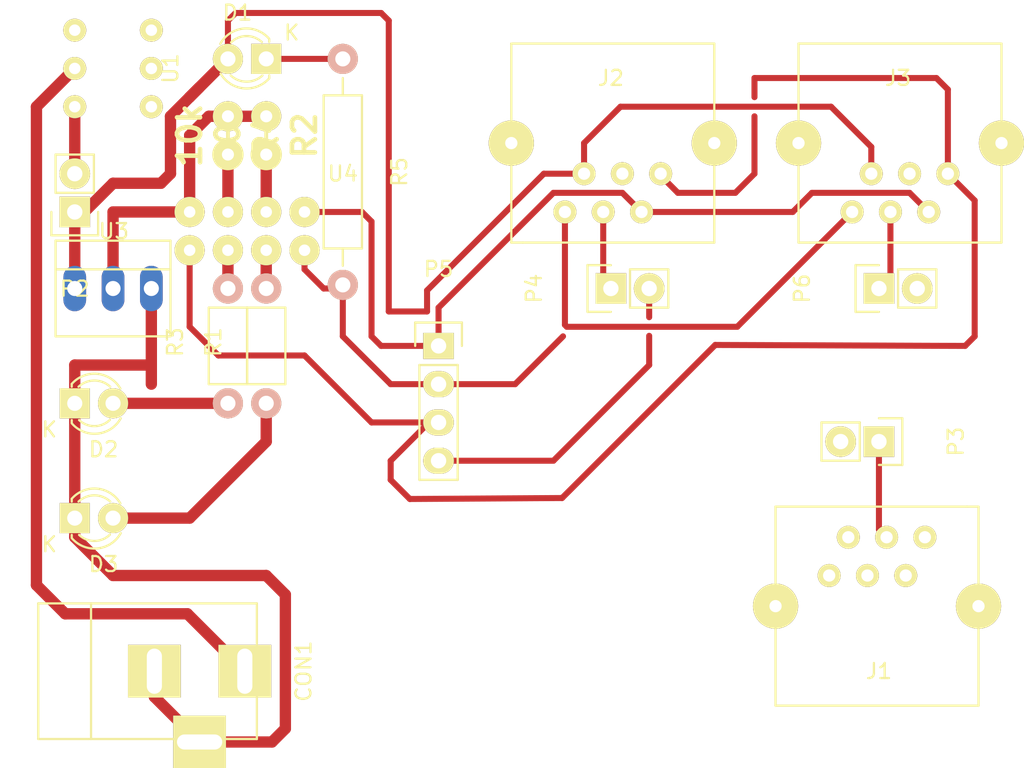
<source format=kicad_pcb>
(kicad_pcb (version 4) (host pcbnew 4.0.2+dfsg1-stable)

  (general
    (links 41)
    (no_connects 10)
    (area 0 0 0 0)
    (thickness 1.6)
    (drawings 0)
    (tracks 118)
    (zones 0)
    (modules 20)
    (nets 32)
  )

  (page A4)
  (layers
    (0 F.Cu signal)
    (31 B.Cu signal)
    (32 B.Adhes user)
    (33 F.Adhes user)
    (34 B.Paste user)
    (35 F.Paste user)
    (36 B.SilkS user)
    (37 F.SilkS user)
    (38 B.Mask user)
    (39 F.Mask user)
    (40 Dwgs.User user)
    (41 Cmts.User user)
    (42 Eco1.User user)
    (43 Eco2.User user)
    (44 Edge.Cuts user)
    (45 Margin user)
    (46 B.CrtYd user)
    (47 F.CrtYd user)
    (48 B.Fab user)
    (49 F.Fab user)
  )

  (setup
    (last_trace_width 0.4)
    (user_trace_width 0.2)
    (user_trace_width 0.4)
    (trace_clearance 0.2)
    (zone_clearance 0.508)
    (zone_45_only no)
    (trace_min 0.2)
    (segment_width 0.2)
    (edge_width 0.1)
    (via_size 0.6)
    (via_drill 0.4)
    (via_min_size 0.4)
    (via_min_drill 0.3)
    (uvia_size 0.3)
    (uvia_drill 0.1)
    (uvias_allowed no)
    (uvia_min_size 0.2)
    (uvia_min_drill 0.1)
    (pcb_text_width 0.3)
    (pcb_text_size 1.5 1.5)
    (mod_edge_width 0.15)
    (mod_text_size 1 1)
    (mod_text_width 0.15)
    (pad_size 1.5 1.5)
    (pad_drill 0.6)
    (pad_to_mask_clearance 0)
    (aux_axis_origin 0 0)
    (visible_elements FFFFFF7F)
    (pcbplotparams
      (layerselection 0x00000_00000001)
      (usegerberextensions false)
      (excludeedgelayer true)
      (linewidth 0.100000)
      (plotframeref false)
      (viasonmask false)
      (mode 1)
      (useauxorigin false)
      (hpglpennumber 1)
      (hpglpenspeed 20)
      (hpglpendiameter 15)
      (hpglpenoverlay 2)
      (psnegative false)
      (psa4output false)
      (plotreference true)
      (plotvalue true)
      (plotinvisibletext false)
      (padsonsilk false)
      (subtractmaskfromsilk false)
      (outputformat 1)
      (mirror false)
      (drillshape 0)
      (scaleselection 1)
      (outputdirectory ""))
  )

  (net 0 "")
  (net 1 "Net-(D2-Pad2)")
  (net 2 "Net-(D3-Pad2)")
  (net 3 "Net-(J1-Pad4)")
  (net 4 "Net-(J1-Pad2)")
  (net 5 "Net-(J1-Pad1)")
  (net 6 "Net-(J1-Pad3)")
  (net 7 "Net-(J1-Pad8)")
  (net 8 "Net-(J1-Pad7)")
  (net 9 "Net-(R1-Pad2)")
  (net 10 "Net-(R2-Pad1)")
  (net 11 "Net-(R2-Pad2)")
  (net 12 "Net-(R3-Pad2)")
  (net 13 "Net-(R4-Pad1)")
  (net 14 "Net-(J2-Pad4)")
  (net 15 "Net-(J2-Pad3)")
  (net 16 "Net-(J2-Pad8)")
  (net 17 "Net-(J2-Pad7)")
  (net 18 "Net-(P3-Pad2)")
  (net 19 "Net-(J3-Pad4)")
  (net 20 "Net-(J3-Pad3)")
  (net 21 "Net-(J3-Pad8)")
  (net 22 "Net-(J3-Pad7)")
  (net 23 "Net-(CON1-Pad1)")
  (net 24 "Net-(CON1-Pad2)")
  (net 25 "Net-(P2-Pad2)")
  (net 26 "Net-(U1-Pad1)")
  (net 27 "Net-(U1-Pad2)")
  (net 28 "Net-(U1-Pad3)")
  (net 29 "Net-(U1-Pad4)")
  (net 30 "Net-(D1-Pad1)")
  (net 31 "Net-(D1-Pad2)")

  (net_class Default "This is the default net class."
    (clearance 0.2)
    (trace_width 0.4)
    (via_dia 0.6)
    (via_drill 0.4)
    (uvia_dia 0.3)
    (uvia_drill 0.1)
    (add_net "Net-(CON1-Pad1)")
    (add_net "Net-(CON1-Pad2)")
    (add_net "Net-(D1-Pad1)")
    (add_net "Net-(D1-Pad2)")
    (add_net "Net-(D2-Pad2)")
    (add_net "Net-(D3-Pad2)")
    (add_net "Net-(J1-Pad1)")
    (add_net "Net-(J1-Pad2)")
    (add_net "Net-(J1-Pad3)")
    (add_net "Net-(J1-Pad4)")
    (add_net "Net-(J1-Pad7)")
    (add_net "Net-(J1-Pad8)")
    (add_net "Net-(J2-Pad3)")
    (add_net "Net-(J2-Pad4)")
    (add_net "Net-(J2-Pad7)")
    (add_net "Net-(J2-Pad8)")
    (add_net "Net-(J3-Pad3)")
    (add_net "Net-(J3-Pad4)")
    (add_net "Net-(J3-Pad7)")
    (add_net "Net-(J3-Pad8)")
    (add_net "Net-(P2-Pad2)")
    (add_net "Net-(P3-Pad2)")
    (add_net "Net-(R1-Pad2)")
    (add_net "Net-(R2-Pad1)")
    (add_net "Net-(R2-Pad2)")
    (add_net "Net-(R3-Pad2)")
    (add_net "Net-(R4-Pad1)")
    (add_net "Net-(U1-Pad1)")
    (add_net "Net-(U1-Pad2)")
    (add_net "Net-(U1-Pad3)")
    (add_net "Net-(U1-Pad4)")
  )

  (module Connect:RJ12_E (layer F.Cu) (tedit 0) (tstamp 574DC00B)
    (at 165.1 82.55 180)
    (path /573B55F9)
    (fp_text reference J2 (at 0 0 180) (layer F.SilkS)
      (effects (font (size 1 1) (thickness 0.15)))
    )
    (fp_text value RJ12 (at 0 -2.54 180) (layer F.Fab)
      (effects (font (size 1 1) (thickness 0.15)))
    )
    (fp_line (start -6.858 -10.922) (end -6.858 2.286) (layer F.SilkS) (width 0.15))
    (fp_line (start 6.604 -10.922) (end 6.604 2.286) (layer F.SilkS) (width 0.15))
    (fp_line (start -6.858 2.286) (end 6.604 2.286) (layer F.SilkS) (width 0.15))
    (fp_line (start 5.842 -10.922) (end 6.604 -10.922) (layer F.SilkS) (width 0.15))
    (fp_line (start -6.858 -10.922) (end 5.842 -10.922) (layer F.SilkS) (width 0.15))
    (pad 4 thru_hole circle (at 0.508 -8.89 180) (size 1.524 1.524) (drill 0.8128) (layers *.Cu *.Mask F.SilkS)
      (net 14 "Net-(J2-Pad4)"))
    (pad 2 thru_hole circle (at -2.032 -8.89 180) (size 1.524 1.524) (drill 0.8128) (layers *.Cu *.Mask F.SilkS)
      (net 4 "Net-(J1-Pad2)"))
    (pad 6 thru_hole circle (at 3.048 -8.89 180) (size 1.524 1.524) (drill 0.8128) (layers *.Cu *.Mask F.SilkS)
      (net 24 "Net-(CON1-Pad2)"))
    (pad 1 thru_hole circle (at -3.302 -6.35 180) (size 1.524 1.524) (drill 0.8128) (layers *.Cu *.Mask F.SilkS)
      (net 5 "Net-(J1-Pad1)"))
    (pad 3 thru_hole circle (at -0.762 -6.35 180) (size 1.524 1.524) (drill 0.8128) (layers *.Cu *.Mask F.SilkS)
      (net 15 "Net-(J2-Pad3)"))
    (pad 5 thru_hole circle (at 1.778 -6.35 180) (size 1.524 1.524) (drill 0.8128) (layers *.Cu *.Mask F.SilkS)
      (net 31 "Net-(D1-Pad2)"))
    (pad 8 thru_hole circle (at 6.604 -4.318 180) (size 2.99974 2.99974) (drill 0.8128) (layers *.Cu *.Mask F.SilkS)
      (net 16 "Net-(J2-Pad8)"))
    (pad 7 thru_hole circle (at -6.858 -4.318 180) (size 2.99974 2.99974) (drill 0.8128) (layers *.Cu *.Mask F.SilkS)
      (net 17 "Net-(J2-Pad7)"))
  )

  (module Pin_Headers:Pin_Header_Straight_1x02 (layer F.Cu) (tedit 54EA090C) (tstamp 574DC032)
    (at 182.88 96.52 90)
    (descr "Through hole pin header")
    (tags "pin header")
    (path /573B7291)
    (fp_text reference P6 (at 0 -5.1 90) (layer F.SilkS)
      (effects (font (size 1 1) (thickness 0.15)))
    )
    (fp_text value CONN_01X02 (at 0 -3.1 90) (layer F.Fab)
      (effects (font (size 1 1) (thickness 0.15)))
    )
    (fp_line (start 1.27 1.27) (end 1.27 3.81) (layer F.SilkS) (width 0.15))
    (fp_line (start 1.55 -1.55) (end 1.55 0) (layer F.SilkS) (width 0.15))
    (fp_line (start -1.75 -1.75) (end -1.75 4.3) (layer F.CrtYd) (width 0.05))
    (fp_line (start 1.75 -1.75) (end 1.75 4.3) (layer F.CrtYd) (width 0.05))
    (fp_line (start -1.75 -1.75) (end 1.75 -1.75) (layer F.CrtYd) (width 0.05))
    (fp_line (start -1.75 4.3) (end 1.75 4.3) (layer F.CrtYd) (width 0.05))
    (fp_line (start 1.27 1.27) (end -1.27 1.27) (layer F.SilkS) (width 0.15))
    (fp_line (start -1.55 0) (end -1.55 -1.55) (layer F.SilkS) (width 0.15))
    (fp_line (start -1.55 -1.55) (end 1.55 -1.55) (layer F.SilkS) (width 0.15))
    (fp_line (start -1.27 1.27) (end -1.27 3.81) (layer F.SilkS) (width 0.15))
    (fp_line (start -1.27 3.81) (end 1.27 3.81) (layer F.SilkS) (width 0.15))
    (pad 1 thru_hole rect (at 0 0 90) (size 2.032 2.032) (drill 1.016) (layers *.Cu *.Mask F.SilkS)
      (net 19 "Net-(J3-Pad4)"))
    (pad 2 thru_hole oval (at 0 2.54 90) (size 2.032 2.032) (drill 1.016) (layers *.Cu *.Mask F.SilkS)
      (net 18 "Net-(P3-Pad2)"))
    (model Pin_Headers.3dshapes/Pin_Header_Straight_1x02.wrl
      (at (xyz 0 -0.05 0))
      (scale (xyz 1 1 1))
      (rotate (xyz 0 0 90))
    )
  )

  (module LEDs:LED-3MM (layer F.Cu) (tedit 559B82F6) (tstamp 573ACB69)
    (at 129.54 104.14)
    (descr "LED 3mm round vertical")
    (tags "LED  3mm round vertical")
    (path /57397C22)
    (fp_text reference D2 (at 1.91 3.06) (layer F.SilkS)
      (effects (font (size 1 1) (thickness 0.15)))
    )
    (fp_text value LED (at 1.3 -2.9) (layer F.Fab)
      (effects (font (size 1 1) (thickness 0.15)))
    )
    (fp_line (start -1.2 2.3) (end 3.8 2.3) (layer F.CrtYd) (width 0.05))
    (fp_line (start 3.8 2.3) (end 3.8 -2.2) (layer F.CrtYd) (width 0.05))
    (fp_line (start 3.8 -2.2) (end -1.2 -2.2) (layer F.CrtYd) (width 0.05))
    (fp_line (start -1.2 -2.2) (end -1.2 2.3) (layer F.CrtYd) (width 0.05))
    (fp_line (start -0.199 1.314) (end -0.199 1.114) (layer F.SilkS) (width 0.15))
    (fp_line (start -0.199 -1.28) (end -0.199 -1.1) (layer F.SilkS) (width 0.15))
    (fp_arc (start 1.301 0.034) (end -0.199 -1.286) (angle 108.5) (layer F.SilkS) (width 0.15))
    (fp_arc (start 1.301 0.034) (end 0.25 -1.1) (angle 85.7) (layer F.SilkS) (width 0.15))
    (fp_arc (start 1.311 0.034) (end 3.051 0.994) (angle 110) (layer F.SilkS) (width 0.15))
    (fp_arc (start 1.301 0.034) (end 2.335 1.094) (angle 87.5) (layer F.SilkS) (width 0.15))
    (fp_text user K (at -1.69 1.74) (layer F.SilkS)
      (effects (font (size 1 1) (thickness 0.15)))
    )
    (pad 1 thru_hole rect (at 0 0 90) (size 2 2) (drill 1.00076) (layers *.Cu *.Mask F.SilkS)
      (net 24 "Net-(CON1-Pad2)"))
    (pad 2 thru_hole circle (at 2.54 0) (size 2 2) (drill 1.00076) (layers *.Cu *.Mask F.SilkS)
      (net 1 "Net-(D2-Pad2)"))
    (model LEDs.3dshapes/LED-3MM.wrl
      (at (xyz 0.05 0 0))
      (scale (xyz 1 1 1))
      (rotate (xyz 0 0 90))
    )
  )

  (module LEDs:LED-3MM (layer F.Cu) (tedit 559B82F6) (tstamp 573ACB6F)
    (at 129.54 111.76)
    (descr "LED 3mm round vertical")
    (tags "LED  3mm round vertical")
    (path /57397CA8)
    (fp_text reference D3 (at 1.91 3.06) (layer F.SilkS)
      (effects (font (size 1 1) (thickness 0.15)))
    )
    (fp_text value LED (at 1.3 -2.9) (layer F.Fab)
      (effects (font (size 1 1) (thickness 0.15)))
    )
    (fp_line (start -1.2 2.3) (end 3.8 2.3) (layer F.CrtYd) (width 0.05))
    (fp_line (start 3.8 2.3) (end 3.8 -2.2) (layer F.CrtYd) (width 0.05))
    (fp_line (start 3.8 -2.2) (end -1.2 -2.2) (layer F.CrtYd) (width 0.05))
    (fp_line (start -1.2 -2.2) (end -1.2 2.3) (layer F.CrtYd) (width 0.05))
    (fp_line (start -0.199 1.314) (end -0.199 1.114) (layer F.SilkS) (width 0.15))
    (fp_line (start -0.199 -1.28) (end -0.199 -1.1) (layer F.SilkS) (width 0.15))
    (fp_arc (start 1.301 0.034) (end -0.199 -1.286) (angle 108.5) (layer F.SilkS) (width 0.15))
    (fp_arc (start 1.301 0.034) (end 0.25 -1.1) (angle 85.7) (layer F.SilkS) (width 0.15))
    (fp_arc (start 1.311 0.034) (end 3.051 0.994) (angle 110) (layer F.SilkS) (width 0.15))
    (fp_arc (start 1.301 0.034) (end 2.335 1.094) (angle 87.5) (layer F.SilkS) (width 0.15))
    (fp_text user K (at -1.69 1.74) (layer F.SilkS)
      (effects (font (size 1 1) (thickness 0.15)))
    )
    (pad 1 thru_hole rect (at 0 0 90) (size 2 2) (drill 1.00076) (layers *.Cu *.Mask F.SilkS)
      (net 24 "Net-(CON1-Pad2)"))
    (pad 2 thru_hole circle (at 2.54 0) (size 2 2) (drill 1.00076) (layers *.Cu *.Mask F.SilkS)
      (net 2 "Net-(D3-Pad2)"))
    (model LEDs.3dshapes/LED-3MM.wrl
      (at (xyz 0.05 0 0))
      (scale (xyz 1 1 1))
      (rotate (xyz 0 0 90))
    )
  )

  (module Pin_Headers:Pin_Header_Straight_1x02 (layer F.Cu) (tedit 54EA090C) (tstamp 573ACB87)
    (at 129.54 91.44 180)
    (descr "Through hole pin header")
    (tags "pin header")
    (path /573A3684)
    (fp_text reference P2 (at 0 -5.1 180) (layer F.SilkS)
      (effects (font (size 1 1) (thickness 0.15)))
    )
    (fp_text value CONN_01X02 (at 0 -3.1 180) (layer F.Fab)
      (effects (font (size 1 1) (thickness 0.15)))
    )
    (fp_line (start 1.27 1.27) (end 1.27 3.81) (layer F.SilkS) (width 0.15))
    (fp_line (start 1.55 -1.55) (end 1.55 0) (layer F.SilkS) (width 0.15))
    (fp_line (start -1.75 -1.75) (end -1.75 4.3) (layer F.CrtYd) (width 0.05))
    (fp_line (start 1.75 -1.75) (end 1.75 4.3) (layer F.CrtYd) (width 0.05))
    (fp_line (start -1.75 -1.75) (end 1.75 -1.75) (layer F.CrtYd) (width 0.05))
    (fp_line (start -1.75 4.3) (end 1.75 4.3) (layer F.CrtYd) (width 0.05))
    (fp_line (start 1.27 1.27) (end -1.27 1.27) (layer F.SilkS) (width 0.15))
    (fp_line (start -1.55 0) (end -1.55 -1.55) (layer F.SilkS) (width 0.15))
    (fp_line (start -1.55 -1.55) (end 1.55 -1.55) (layer F.SilkS) (width 0.15))
    (fp_line (start -1.27 1.27) (end -1.27 3.81) (layer F.SilkS) (width 0.15))
    (fp_line (start -1.27 3.81) (end 1.27 3.81) (layer F.SilkS) (width 0.15))
    (pad 1 thru_hole rect (at 0 0 180) (size 2.032 2.032) (drill 1.016) (layers *.Cu *.Mask F.SilkS)
      (net 31 "Net-(D1-Pad2)"))
    (pad 2 thru_hole oval (at 0 2.54 180) (size 2.032 2.032) (drill 1.016) (layers *.Cu *.Mask F.SilkS)
      (net 25 "Net-(P2-Pad2)"))
    (model Pin_Headers.3dshapes/Pin_Header_Straight_1x02.wrl
      (at (xyz 0 -0.05 0))
      (scale (xyz 1 1 1))
      (rotate (xyz 0 0 90))
    )
  )

  (module Resistors_ThroughHole:Resistor_Horizontal_RM7mm (layer F.Cu) (tedit 569FCF07) (tstamp 573ACB96)
    (at 142.24 104.14 90)
    (descr "Resistor, Axial,  RM 7.62mm, 1/3W,")
    (tags "Resistor Axial RM 7.62mm 1/3W R3")
    (path /573977A6)
    (fp_text reference R1 (at 4.05892 -3.50012 90) (layer F.SilkS)
      (effects (font (size 1 1) (thickness 0.15)))
    )
    (fp_text value 1k (at 3.81 3.81 90) (layer F.Fab)
      (effects (font (size 1 1) (thickness 0.15)))
    )
    (fp_line (start -1.25 -1.5) (end 8.85 -1.5) (layer F.CrtYd) (width 0.05))
    (fp_line (start -1.25 1.5) (end -1.25 -1.5) (layer F.CrtYd) (width 0.05))
    (fp_line (start 8.85 -1.5) (end 8.85 1.5) (layer F.CrtYd) (width 0.05))
    (fp_line (start -1.25 1.5) (end 8.85 1.5) (layer F.CrtYd) (width 0.05))
    (fp_line (start 1.27 -1.27) (end 6.35 -1.27) (layer F.SilkS) (width 0.15))
    (fp_line (start 6.35 -1.27) (end 6.35 1.27) (layer F.SilkS) (width 0.15))
    (fp_line (start 6.35 1.27) (end 1.27 1.27) (layer F.SilkS) (width 0.15))
    (fp_line (start 1.27 1.27) (end 1.27 -1.27) (layer F.SilkS) (width 0.15))
    (pad 1 thru_hole circle (at 0 0 90) (size 1.99898 1.99898) (drill 1.00076) (layers *.Cu *.SilkS *.Mask)
      (net 2 "Net-(D3-Pad2)"))
    (pad 2 thru_hole circle (at 7.62 0 90) (size 1.99898 1.99898) (drill 1.00076) (layers *.Cu *.SilkS *.Mask)
      (net 9 "Net-(R1-Pad2)"))
  )

  (module Resistors_ThroughHole:Resistor_Horizontal_RM7mm (layer F.Cu) (tedit 569FCF07) (tstamp 573ACBA2)
    (at 139.7 104.14 90)
    (descr "Resistor, Axial,  RM 7.62mm, 1/3W,")
    (tags "Resistor Axial RM 7.62mm 1/3W R3")
    (path /5739783B)
    (fp_text reference R3 (at 4.05892 -3.50012 90) (layer F.SilkS)
      (effects (font (size 1 1) (thickness 0.15)))
    )
    (fp_text value 1k (at 3.81 3.81 90) (layer F.Fab)
      (effects (font (size 1 1) (thickness 0.15)))
    )
    (fp_line (start -1.25 -1.5) (end 8.85 -1.5) (layer F.CrtYd) (width 0.05))
    (fp_line (start -1.25 1.5) (end -1.25 -1.5) (layer F.CrtYd) (width 0.05))
    (fp_line (start 8.85 -1.5) (end 8.85 1.5) (layer F.CrtYd) (width 0.05))
    (fp_line (start -1.25 1.5) (end 8.85 1.5) (layer F.CrtYd) (width 0.05))
    (fp_line (start 1.27 -1.27) (end 6.35 -1.27) (layer F.SilkS) (width 0.15))
    (fp_line (start 6.35 -1.27) (end 6.35 1.27) (layer F.SilkS) (width 0.15))
    (fp_line (start 6.35 1.27) (end 1.27 1.27) (layer F.SilkS) (width 0.15))
    (fp_line (start 1.27 1.27) (end 1.27 -1.27) (layer F.SilkS) (width 0.15))
    (pad 1 thru_hole circle (at 0 0 90) (size 1.99898 1.99898) (drill 1.00076) (layers *.Cu *.SilkS *.Mask)
      (net 1 "Net-(D2-Pad2)"))
    (pad 2 thru_hole circle (at 7.62 0 90) (size 1.99898 1.99898) (drill 1.00076) (layers *.Cu *.SilkS *.Mask)
      (net 12 "Net-(R3-Pad2)"))
  )

  (module Connect:PINHEAD1-3 (layer F.Cu) (tedit 0) (tstamp 573ACBAF)
    (at 132.08 96.52)
    (path /5739C06C)
    (attr virtual)
    (fp_text reference U3 (at 0.05 -3.8) (layer F.SilkS)
      (effects (font (size 1 1) (thickness 0.15)))
    )
    (fp_text value STAB3.3 (at 0 3.81) (layer F.Fab)
      (effects (font (size 1 1) (thickness 0.15)))
    )
    (fp_line (start -3.81 -3.175) (end -3.81 3.175) (layer F.SilkS) (width 0.15))
    (fp_line (start 3.81 -3.175) (end 3.81 3.175) (layer F.SilkS) (width 0.15))
    (fp_line (start 3.81 -1.27) (end -3.81 -1.27) (layer F.SilkS) (width 0.15))
    (fp_line (start -3.81 -3.175) (end 3.81 -3.175) (layer F.SilkS) (width 0.15))
    (fp_line (start 3.81 3.175) (end -3.81 3.175) (layer F.SilkS) (width 0.15))
    (pad 1 thru_hole oval (at -2.54 0) (size 1.50622 3.01498) (drill 0.99822) (layers *.Cu *.Mask)
      (net 31 "Net-(D1-Pad2)"))
    (pad 2 thru_hole oval (at 0 0) (size 1.50622 3.01498) (drill 0.99822) (layers *.Cu *.Mask)
      (net 11 "Net-(R2-Pad2)"))
    (pad 3 thru_hole oval (at 2.54 0) (size 1.50622 3.01498) (drill 0.99822) (layers *.Cu *.Mask)
      (net 24 "Net-(CON1-Pad2)"))
  )

  (module bugs:esp8266 (layer F.Cu) (tedit 5727C479) (tstamp 573ACBBB)
    (at 142.24 93.98)
    (path /57397580)
    (fp_text reference U4 (at 5.08 -5.08) (layer F.SilkS)
      (effects (font (size 1 1) (thickness 0.15)))
    )
    (fp_text value ESP8266 (at -2.54 -5.08) (layer F.Fab)
      (effects (font (size 1 1) (thickness 0.15)))
    )
    (pad 1 thru_hole circle (at -5.08 -2.54) (size 2 2) (drill 0.762) (layers *.Cu *.Mask F.SilkS)
      (net 11 "Net-(R2-Pad2)"))
    (pad 2 thru_hole circle (at -2.54 -2.54) (size 2 2) (drill 0.762) (layers *.Cu *.Mask F.SilkS)
      (net 13 "Net-(R4-Pad1)"))
    (pad 3 thru_hole circle (at 0 -2.54) (size 2 2) (drill 0.762) (layers *.Cu *.Mask F.SilkS)
      (net 10 "Net-(R2-Pad1)"))
    (pad 4 thru_hole circle (at 2.54 -2.54) (size 2 2) (drill 0.762) (layers *.Cu *.Mask F.SilkS)
      (net 4 "Net-(J1-Pad2)"))
    (pad 5 thru_hole circle (at 2.54 0) (size 2 2) (drill 0.762) (layers *.Cu *.Mask F.SilkS)
      (net 24 "Net-(CON1-Pad2)"))
    (pad 6 thru_hole circle (at 0 0) (size 2 2) (drill 0.762) (layers *.Cu *.Mask F.SilkS)
      (net 9 "Net-(R1-Pad2)"))
    (pad 7 thru_hole circle (at -2.54 0) (size 2 2) (drill 0.762) (layers *.Cu *.Mask F.SilkS)
      (net 12 "Net-(R3-Pad2)"))
    (pad 8 thru_hole circle (at -5.08 0) (size 2 2) (drill 0.762) (layers *.Cu *.Mask F.SilkS)
      (net 5 "Net-(J1-Pad1)"))
  )

  (module w_pth_resistors:rc03_vert (layer F.Cu) (tedit 0) (tstamp 573ACC7B)
    (at 142.24 86.36 90)
    (descr "Resistor, RC03 vertical")
    (path /57397E71)
    (fp_text reference R2 (at 0 2.54 90) (layer F.SilkS)
      (effects (font (thickness 0.3048)))
    )
    (fp_text value 10k (at 0 -2.54 90) (layer F.SilkS)
      (effects (font (thickness 0.3048)))
    )
    (fp_circle (center -1.27 0) (end -2.159 0) (layer F.SilkS) (width 0.3048))
    (fp_line (start -1.27 0) (end 1.27 0) (layer F.SilkS) (width 0.254))
    (pad 1 thru_hole circle (at -1.27 0 90) (size 1.99898 1.99898) (drill 0.8001) (layers *.Cu *.Mask F.SilkS)
      (net 10 "Net-(R2-Pad1)"))
    (pad 2 thru_hole circle (at 1.27 0 90) (size 1.99898 1.99898) (drill 0.8001) (layers *.Cu *.Mask F.SilkS)
      (net 11 "Net-(R2-Pad2)"))
    (model walter/pth_resistors/rc03vert.wrl
      (at (xyz 0 0 0))
      (scale (xyz 1 1 1))
      (rotate (xyz 0 0 0))
    )
  )

  (module w_pth_resistors:rc03_vert (layer F.Cu) (tedit 0) (tstamp 573ACC81)
    (at 139.7 86.36 90)
    (descr "Resistor, RC03 vertical")
    (path /57397DC0)
    (fp_text reference R4 (at 0 2.54 90) (layer F.SilkS)
      (effects (font (thickness 0.3048)))
    )
    (fp_text value 10k (at 0 -2.54 90) (layer F.SilkS)
      (effects (font (thickness 0.3048)))
    )
    (fp_circle (center -1.27 0) (end -2.159 0) (layer F.SilkS) (width 0.3048))
    (fp_line (start -1.27 0) (end 1.27 0) (layer F.SilkS) (width 0.254))
    (pad 1 thru_hole circle (at -1.27 0 90) (size 1.99898 1.99898) (drill 0.8001) (layers *.Cu *.Mask F.SilkS)
      (net 13 "Net-(R4-Pad1)"))
    (pad 2 thru_hole circle (at 1.27 0 90) (size 1.99898 1.99898) (drill 0.8001) (layers *.Cu *.Mask F.SilkS)
      (net 11 "Net-(R2-Pad2)"))
    (model walter/pth_resistors/rc03vert.wrl
      (at (xyz 0 0 0))
      (scale (xyz 1 1 1))
      (rotate (xyz 0 0 0))
    )
  )

  (module Connect:BARREL_JACK (layer F.Cu) (tedit 0) (tstamp 574871AE)
    (at 134.62 121.92)
    (descr "DC Barrel Jack")
    (tags "Power Jack")
    (path /57487687)
    (fp_text reference CON1 (at 10.09904 0 90) (layer F.SilkS)
      (effects (font (size 1 1) (thickness 0.15)))
    )
    (fp_text value BARREL_JACK (at 0 -5.99948) (layer F.Fab)
      (effects (font (size 1 1) (thickness 0.15)))
    )
    (fp_line (start -4.0005 -4.50088) (end -4.0005 4.50088) (layer F.SilkS) (width 0.15))
    (fp_line (start -7.50062 -4.50088) (end -7.50062 4.50088) (layer F.SilkS) (width 0.15))
    (fp_line (start -7.50062 4.50088) (end 7.00024 4.50088) (layer F.SilkS) (width 0.15))
    (fp_line (start 7.00024 4.50088) (end 7.00024 -4.50088) (layer F.SilkS) (width 0.15))
    (fp_line (start 7.00024 -4.50088) (end -7.50062 -4.50088) (layer F.SilkS) (width 0.15))
    (pad 1 thru_hole rect (at 6.20014 0) (size 3.50012 3.50012) (drill oval 1.00076 2.99974) (layers *.Cu *.Mask F.SilkS)
      (net 23 "Net-(CON1-Pad1)"))
    (pad 2 thru_hole rect (at 0.20066 0) (size 3.50012 3.50012) (drill oval 1.00076 2.99974) (layers *.Cu *.Mask F.SilkS)
      (net 24 "Net-(CON1-Pad2)"))
    (pad 3 thru_hole rect (at 3.2004 4.699) (size 3.50012 3.50012) (drill oval 2.99974 1.00076) (layers *.Cu *.Mask F.SilkS)
      (net 24 "Net-(CON1-Pad2)"))
  )

  (module bugs:button (layer F.Cu) (tedit 573994E4) (tstamp 574871B8)
    (at 132.08 81.915 270)
    (path /57487031)
    (fp_text reference U1 (at 0 -3.81 270) (layer F.SilkS)
      (effects (font (size 1 1) (thickness 0.15)))
    )
    (fp_text value button (at 0 -0.5 270) (layer F.Fab)
      (effects (font (size 1 1) (thickness 0.15)))
    )
    (pad 1 thru_hole circle (at -2.54 -2.54 270) (size 1.524 1.524) (drill 0.762) (layers *.Cu *.Mask F.SilkS)
      (net 26 "Net-(U1-Pad1)"))
    (pad 2 thru_hole circle (at 0 -2.54 270) (size 1.524 1.524) (drill 0.762) (layers *.Cu *.Mask F.SilkS)
      (net 27 "Net-(U1-Pad2)"))
    (pad 3 thru_hole circle (at 2.54 -2.54 270) (size 1.524 1.524) (drill 0.762) (layers *.Cu *.Mask F.SilkS)
      (net 28 "Net-(U1-Pad3)"))
    (pad 4 thru_hole circle (at -2.54 2.54 270) (size 1.524 1.524) (drill 0.762) (layers *.Cu *.Mask F.SilkS)
      (net 29 "Net-(U1-Pad4)"))
    (pad 5 thru_hole circle (at 0 2.54 270) (size 1.524 1.524) (drill 0.762) (layers *.Cu *.Mask F.SilkS)
      (net 23 "Net-(CON1-Pad1)"))
    (pad 6 thru_hole circle (at 2.54 2.54 270) (size 1.524 1.524) (drill 0.762) (layers *.Cu *.Mask F.SilkS)
      (net 25 "Net-(P2-Pad2)"))
  )

  (module LEDs:LED-3MM (layer F.Cu) (tedit 559B82F6) (tstamp 574DB150)
    (at 142.24 81.28 180)
    (descr "LED 3mm round vertical")
    (tags "LED  3mm round vertical")
    (path /574DB2B9)
    (fp_text reference D1 (at 1.91 3.06 180) (layer F.SilkS)
      (effects (font (size 1 1) (thickness 0.15)))
    )
    (fp_text value LED (at 1.3 -2.9 180) (layer F.Fab)
      (effects (font (size 1 1) (thickness 0.15)))
    )
    (fp_line (start -1.2 2.3) (end 3.8 2.3) (layer F.CrtYd) (width 0.05))
    (fp_line (start 3.8 2.3) (end 3.8 -2.2) (layer F.CrtYd) (width 0.05))
    (fp_line (start 3.8 -2.2) (end -1.2 -2.2) (layer F.CrtYd) (width 0.05))
    (fp_line (start -1.2 -2.2) (end -1.2 2.3) (layer F.CrtYd) (width 0.05))
    (fp_line (start -0.199 1.314) (end -0.199 1.114) (layer F.SilkS) (width 0.15))
    (fp_line (start -0.199 -1.28) (end -0.199 -1.1) (layer F.SilkS) (width 0.15))
    (fp_arc (start 1.301 0.034) (end -0.199 -1.286) (angle 108.5) (layer F.SilkS) (width 0.15))
    (fp_arc (start 1.301 0.034) (end 0.25 -1.1) (angle 85.7) (layer F.SilkS) (width 0.15))
    (fp_arc (start 1.311 0.034) (end 3.051 0.994) (angle 110) (layer F.SilkS) (width 0.15))
    (fp_arc (start 1.301 0.034) (end 2.335 1.094) (angle 87.5) (layer F.SilkS) (width 0.15))
    (fp_text user K (at -1.69 1.74 180) (layer F.SilkS)
      (effects (font (size 1 1) (thickness 0.15)))
    )
    (pad 1 thru_hole rect (at 0 0 270) (size 2 2) (drill 1.00076) (layers *.Cu *.Mask F.SilkS)
      (net 30 "Net-(D1-Pad1)"))
    (pad 2 thru_hole circle (at 2.54 0 180) (size 2 2) (drill 1.00076) (layers *.Cu *.Mask F.SilkS)
      (net 31 "Net-(D1-Pad2)"))
    (model LEDs.3dshapes/LED-3MM.wrl
      (at (xyz 0.05 0 0))
      (scale (xyz 1 1 1))
      (rotate (xyz 0 0 90))
    )
  )

  (module Connect:RJ12_E (layer F.Cu) (tedit 0) (tstamp 574DBFFF)
    (at 182.88 121.92)
    (path /573989B6)
    (fp_text reference J1 (at 0 0) (layer F.SilkS)
      (effects (font (size 1 1) (thickness 0.15)))
    )
    (fp_text value RJ12 (at 0 -2.54) (layer F.Fab)
      (effects (font (size 1 1) (thickness 0.15)))
    )
    (fp_line (start -6.858 -10.922) (end -6.858 2.286) (layer F.SilkS) (width 0.15))
    (fp_line (start 6.604 -10.922) (end 6.604 2.286) (layer F.SilkS) (width 0.15))
    (fp_line (start -6.858 2.286) (end 6.604 2.286) (layer F.SilkS) (width 0.15))
    (fp_line (start 5.842 -10.922) (end 6.604 -10.922) (layer F.SilkS) (width 0.15))
    (fp_line (start -6.858 -10.922) (end 5.842 -10.922) (layer F.SilkS) (width 0.15))
    (pad 4 thru_hole circle (at 0.508 -8.89) (size 1.524 1.524) (drill 0.8128) (layers *.Cu *.Mask F.SilkS)
      (net 3 "Net-(J1-Pad4)"))
    (pad 2 thru_hole circle (at -2.032 -8.89) (size 1.524 1.524) (drill 0.8128) (layers *.Cu *.Mask F.SilkS)
      (net 4 "Net-(J1-Pad2)"))
    (pad 6 thru_hole circle (at 3.048 -8.89) (size 1.524 1.524) (drill 0.8128) (layers *.Cu *.Mask F.SilkS)
      (net 24 "Net-(CON1-Pad2)"))
    (pad 1 thru_hole circle (at -3.302 -6.35) (size 1.524 1.524) (drill 0.8128) (layers *.Cu *.Mask F.SilkS)
      (net 5 "Net-(J1-Pad1)"))
    (pad 3 thru_hole circle (at -0.762 -6.35) (size 1.524 1.524) (drill 0.8128) (layers *.Cu *.Mask F.SilkS)
      (net 6 "Net-(J1-Pad3)"))
    (pad 5 thru_hole circle (at 1.778 -6.35) (size 1.524 1.524) (drill 0.8128) (layers *.Cu *.Mask F.SilkS)
      (net 31 "Net-(D1-Pad2)"))
    (pad 8 thru_hole circle (at 6.604 -4.318) (size 2.99974 2.99974) (drill 0.8128) (layers *.Cu *.Mask F.SilkS)
      (net 7 "Net-(J1-Pad8)"))
    (pad 7 thru_hole circle (at -6.858 -4.318) (size 2.99974 2.99974) (drill 0.8128) (layers *.Cu *.Mask F.SilkS)
      (net 8 "Net-(J1-Pad7)"))
  )

  (module Connect:RJ12_E (layer F.Cu) (tedit 0) (tstamp 574DC017)
    (at 184.15 82.55 180)
    (path /573B7287)
    (fp_text reference J3 (at 0 0 180) (layer F.SilkS)
      (effects (font (size 1 1) (thickness 0.15)))
    )
    (fp_text value RJ12 (at 0 -2.54 180) (layer F.Fab)
      (effects (font (size 1 1) (thickness 0.15)))
    )
    (fp_line (start -6.858 -10.922) (end -6.858 2.286) (layer F.SilkS) (width 0.15))
    (fp_line (start 6.604 -10.922) (end 6.604 2.286) (layer F.SilkS) (width 0.15))
    (fp_line (start -6.858 2.286) (end 6.604 2.286) (layer F.SilkS) (width 0.15))
    (fp_line (start 5.842 -10.922) (end 6.604 -10.922) (layer F.SilkS) (width 0.15))
    (fp_line (start -6.858 -10.922) (end 5.842 -10.922) (layer F.SilkS) (width 0.15))
    (pad 4 thru_hole circle (at 0.508 -8.89 180) (size 1.524 1.524) (drill 0.8128) (layers *.Cu *.Mask F.SilkS)
      (net 19 "Net-(J3-Pad4)"))
    (pad 2 thru_hole circle (at -2.032 -8.89 180) (size 1.524 1.524) (drill 0.8128) (layers *.Cu *.Mask F.SilkS)
      (net 4 "Net-(J1-Pad2)"))
    (pad 6 thru_hole circle (at 3.048 -8.89 180) (size 1.524 1.524) (drill 0.8128) (layers *.Cu *.Mask F.SilkS)
      (net 24 "Net-(CON1-Pad2)"))
    (pad 1 thru_hole circle (at -3.302 -6.35 180) (size 1.524 1.524) (drill 0.8128) (layers *.Cu *.Mask F.SilkS)
      (net 5 "Net-(J1-Pad1)"))
    (pad 3 thru_hole circle (at -0.762 -6.35 180) (size 1.524 1.524) (drill 0.8128) (layers *.Cu *.Mask F.SilkS)
      (net 20 "Net-(J3-Pad3)"))
    (pad 5 thru_hole circle (at 1.778 -6.35 180) (size 1.524 1.524) (drill 0.8128) (layers *.Cu *.Mask F.SilkS)
      (net 31 "Net-(D1-Pad2)"))
    (pad 8 thru_hole circle (at 6.604 -4.318 180) (size 2.99974 2.99974) (drill 0.8128) (layers *.Cu *.Mask F.SilkS)
      (net 21 "Net-(J3-Pad8)"))
    (pad 7 thru_hole circle (at -6.858 -4.318 180) (size 2.99974 2.99974) (drill 0.8128) (layers *.Cu *.Mask F.SilkS)
      (net 22 "Net-(J3-Pad7)"))
  )

  (module Pin_Headers:Pin_Header_Straight_1x02 (layer F.Cu) (tedit 54EA090C) (tstamp 574DC01D)
    (at 182.88 106.68 270)
    (descr "Through hole pin header")
    (tags "pin header")
    (path /573B67B7)
    (fp_text reference P3 (at 0 -5.1 270) (layer F.SilkS)
      (effects (font (size 1 1) (thickness 0.15)))
    )
    (fp_text value CONN_01X02 (at 0 -3.1 270) (layer F.Fab)
      (effects (font (size 1 1) (thickness 0.15)))
    )
    (fp_line (start 1.27 1.27) (end 1.27 3.81) (layer F.SilkS) (width 0.15))
    (fp_line (start 1.55 -1.55) (end 1.55 0) (layer F.SilkS) (width 0.15))
    (fp_line (start -1.75 -1.75) (end -1.75 4.3) (layer F.CrtYd) (width 0.05))
    (fp_line (start 1.75 -1.75) (end 1.75 4.3) (layer F.CrtYd) (width 0.05))
    (fp_line (start -1.75 -1.75) (end 1.75 -1.75) (layer F.CrtYd) (width 0.05))
    (fp_line (start -1.75 4.3) (end 1.75 4.3) (layer F.CrtYd) (width 0.05))
    (fp_line (start 1.27 1.27) (end -1.27 1.27) (layer F.SilkS) (width 0.15))
    (fp_line (start -1.55 0) (end -1.55 -1.55) (layer F.SilkS) (width 0.15))
    (fp_line (start -1.55 -1.55) (end 1.55 -1.55) (layer F.SilkS) (width 0.15))
    (fp_line (start -1.27 1.27) (end -1.27 3.81) (layer F.SilkS) (width 0.15))
    (fp_line (start -1.27 3.81) (end 1.27 3.81) (layer F.SilkS) (width 0.15))
    (pad 1 thru_hole rect (at 0 0 270) (size 2.032 2.032) (drill 1.016) (layers *.Cu *.Mask F.SilkS)
      (net 3 "Net-(J1-Pad4)"))
    (pad 2 thru_hole oval (at 0 2.54 270) (size 2.032 2.032) (drill 1.016) (layers *.Cu *.Mask F.SilkS)
      (net 18 "Net-(P3-Pad2)"))
    (model Pin_Headers.3dshapes/Pin_Header_Straight_1x02.wrl
      (at (xyz 0 -0.05 0))
      (scale (xyz 1 1 1))
      (rotate (xyz 0 0 90))
    )
  )

  (module Pin_Headers:Pin_Header_Straight_1x02 (layer F.Cu) (tedit 54EA090C) (tstamp 574DC023)
    (at 165.1 96.52 90)
    (descr "Through hole pin header")
    (tags "pin header")
    (path /573B69D7)
    (fp_text reference P4 (at 0 -5.1 90) (layer F.SilkS)
      (effects (font (size 1 1) (thickness 0.15)))
    )
    (fp_text value CONN_01X02 (at 0 -3.1 90) (layer F.Fab)
      (effects (font (size 1 1) (thickness 0.15)))
    )
    (fp_line (start 1.27 1.27) (end 1.27 3.81) (layer F.SilkS) (width 0.15))
    (fp_line (start 1.55 -1.55) (end 1.55 0) (layer F.SilkS) (width 0.15))
    (fp_line (start -1.75 -1.75) (end -1.75 4.3) (layer F.CrtYd) (width 0.05))
    (fp_line (start 1.75 -1.75) (end 1.75 4.3) (layer F.CrtYd) (width 0.05))
    (fp_line (start -1.75 -1.75) (end 1.75 -1.75) (layer F.CrtYd) (width 0.05))
    (fp_line (start -1.75 4.3) (end 1.75 4.3) (layer F.CrtYd) (width 0.05))
    (fp_line (start 1.27 1.27) (end -1.27 1.27) (layer F.SilkS) (width 0.15))
    (fp_line (start -1.55 0) (end -1.55 -1.55) (layer F.SilkS) (width 0.15))
    (fp_line (start -1.55 -1.55) (end 1.55 -1.55) (layer F.SilkS) (width 0.15))
    (fp_line (start -1.27 1.27) (end -1.27 3.81) (layer F.SilkS) (width 0.15))
    (fp_line (start -1.27 3.81) (end 1.27 3.81) (layer F.SilkS) (width 0.15))
    (pad 1 thru_hole rect (at 0 0 90) (size 2.032 2.032) (drill 1.016) (layers *.Cu *.Mask F.SilkS)
      (net 14 "Net-(J2-Pad4)"))
    (pad 2 thru_hole oval (at 0 2.54 90) (size 2.032 2.032) (drill 1.016) (layers *.Cu *.Mask F.SilkS)
      (net 18 "Net-(P3-Pad2)"))
    (model Pin_Headers.3dshapes/Pin_Header_Straight_1x02.wrl
      (at (xyz 0 -0.05 0))
      (scale (xyz 1 1 1))
      (rotate (xyz 0 0 90))
    )
  )

  (module Resistors_ThroughHole:Resistor_Horizontal_RM15mm (layer F.Cu) (tedit 569FCEE8) (tstamp 574DC038)
    (at 147.32 81.28 270)
    (descr "Resistor, Axial, RM 15mm,")
    (tags "Resistor Axial RM 15mm")
    (path /574DB6C9)
    (fp_text reference R5 (at 7.5 -3.74904 270) (layer F.SilkS)
      (effects (font (size 1 1) (thickness 0.15)))
    )
    (fp_text value 500 (at 7.5 4.0005 270) (layer F.Fab)
      (effects (font (size 1 1) (thickness 0.15)))
    )
    (fp_line (start -1.25 1.5) (end -1.25 -1.5) (layer F.CrtYd) (width 0.05))
    (fp_line (start -1.25 -1.5) (end 16.25 -1.5) (layer F.CrtYd) (width 0.05))
    (fp_line (start 16.25 -1.5) (end 16.25 1.5) (layer F.CrtYd) (width 0.05))
    (fp_line (start 16.25 1.5) (end -1.25 1.5) (layer F.CrtYd) (width 0.05))
    (fp_line (start 2.42 -1.27) (end 2.42 1.27) (layer F.SilkS) (width 0.15))
    (fp_line (start 2.42 1.27) (end 12.58 1.27) (layer F.SilkS) (width 0.15))
    (fp_line (start 12.58 1.27) (end 12.58 -1.27) (layer F.SilkS) (width 0.15))
    (fp_line (start 12.58 -1.27) (end 2.42 -1.27) (layer F.SilkS) (width 0.15))
    (fp_line (start 13.73 0) (end 12.58 0) (layer F.SilkS) (width 0.15))
    (fp_line (start 1.27 0) (end 2.42 0) (layer F.SilkS) (width 0.15))
    (pad 1 thru_hole circle (at 0 0 270) (size 1.99898 1.99898) (drill 1.00076) (layers *.Cu *.SilkS *.Mask)
      (net 30 "Net-(D1-Pad1)"))
    (pad 2 thru_hole circle (at 15 0 270) (size 1.99898 1.99898) (drill 1.00076) (layers *.Cu *.SilkS *.Mask)
      (net 24 "Net-(CON1-Pad2)"))
    (model Resistors_ThroughHole.3dshapes/Resistor_Horizontal_RM15mm.wrl
      (at (xyz 0 0 0))
      (scale (xyz 0.4 0.4 0.4))
      (rotate (xyz 0 0 0))
    )
  )

  (module Pin_Headers:Pin_Header_Straight_1x04 (layer F.Cu) (tedit 0) (tstamp 575033A2)
    (at 153.67 100.33)
    (descr "Through hole pin header")
    (tags "pin header")
    (path /5750347D)
    (fp_text reference P5 (at 0 -5.1) (layer F.SilkS)
      (effects (font (size 1 1) (thickness 0.15)))
    )
    (fp_text value CONN_01X04 (at 0 -3.1) (layer F.Fab)
      (effects (font (size 1 1) (thickness 0.15)))
    )
    (fp_line (start -1.75 -1.75) (end -1.75 9.4) (layer F.CrtYd) (width 0.05))
    (fp_line (start 1.75 -1.75) (end 1.75 9.4) (layer F.CrtYd) (width 0.05))
    (fp_line (start -1.75 -1.75) (end 1.75 -1.75) (layer F.CrtYd) (width 0.05))
    (fp_line (start -1.75 9.4) (end 1.75 9.4) (layer F.CrtYd) (width 0.05))
    (fp_line (start -1.27 1.27) (end -1.27 8.89) (layer F.SilkS) (width 0.15))
    (fp_line (start 1.27 1.27) (end 1.27 8.89) (layer F.SilkS) (width 0.15))
    (fp_line (start 1.55 -1.55) (end 1.55 0) (layer F.SilkS) (width 0.15))
    (fp_line (start -1.27 8.89) (end 1.27 8.89) (layer F.SilkS) (width 0.15))
    (fp_line (start 1.27 1.27) (end -1.27 1.27) (layer F.SilkS) (width 0.15))
    (fp_line (start -1.55 0) (end -1.55 -1.55) (layer F.SilkS) (width 0.15))
    (fp_line (start -1.55 -1.55) (end 1.55 -1.55) (layer F.SilkS) (width 0.15))
    (pad 1 thru_hole rect (at 0 0) (size 2.032 1.7272) (drill 1.016) (layers *.Cu *.Mask F.SilkS)
      (net 4 "Net-(J1-Pad2)"))
    (pad 2 thru_hole oval (at 0 2.54) (size 2.032 1.7272) (drill 1.016) (layers *.Cu *.Mask F.SilkS)
      (net 24 "Net-(CON1-Pad2)"))
    (pad 3 thru_hole oval (at 0 5.08) (size 2.032 1.7272) (drill 1.016) (layers *.Cu *.Mask F.SilkS)
      (net 5 "Net-(J1-Pad1)"))
    (pad 4 thru_hole oval (at 0 7.62) (size 2.032 1.7272) (drill 1.016) (layers *.Cu *.Mask F.SilkS)
      (net 18 "Net-(P3-Pad2)"))
    (model Pin_Headers.3dshapes/Pin_Header_Straight_1x04.wrl
      (at (xyz 0 -0.15 0))
      (scale (xyz 1 1 1))
      (rotate (xyz 0 0 90))
    )
  )

  (segment (start 139.7 104.14) (end 132.08 104.14) (width 0.75) (layer F.Cu) (net 1))
  (segment (start 142.24 104.14) (end 142.24 106.68) (width 0.75) (layer F.Cu) (net 2))
  (segment (start 137.16 111.76) (end 132.08 111.76) (width 0.75) (layer F.Cu) (net 2) (tstamp 573B71DC))
  (segment (start 142.24 106.68) (end 137.16 111.76) (width 0.75) (layer F.Cu) (net 2) (tstamp 573B71DB))
  (segment (start 182.88 106.68) (end 182.88 112.522) (width 0.4) (layer F.Cu) (net 3))
  (segment (start 182.88 112.522) (end 183.388 113.03) (width 0.4) (layer F.Cu) (net 3) (tstamp 57514B45))
  (segment (start 167.132 91.44) (end 177.165 91.44) (width 0.4) (layer F.Cu) (net 4))
  (segment (start 184.912 90.17) (end 186.182 91.44) (width 0.4) (layer F.Cu) (net 4) (tstamp 57514ABD))
  (segment (start 178.435 90.17) (end 184.912 90.17) (width 0.4) (layer F.Cu) (net 4) (tstamp 57514ABB))
  (segment (start 177.165 91.44) (end 178.435 90.17) (width 0.4) (layer F.Cu) (net 4) (tstamp 57514ABA))
  (segment (start 153.67 100.33) (end 153.67 97.79) (width 0.4) (layer F.Cu) (net 4))
  (segment (start 165.862 90.17) (end 167.132 91.44) (width 0.4) (layer F.Cu) (net 4) (tstamp 57514AB7))
  (segment (start 161.29 90.17) (end 165.862 90.17) (width 0.4) (layer F.Cu) (net 4) (tstamp 57514AB4))
  (segment (start 153.67 97.79) (end 161.29 90.17) (width 0.4) (layer F.Cu) (net 4) (tstamp 57514AB1))
  (segment (start 153.67 100.33) (end 149.86 100.33) (width 0.4) (layer F.Cu) (net 4))
  (segment (start 148.59 91.44) (end 144.78 91.44) (width 0.4) (layer F.Cu) (net 4) (tstamp 57514A77))
  (segment (start 149.225 92.075) (end 148.59 91.44) (width 0.4) (layer F.Cu) (net 4) (tstamp 57514A76))
  (segment (start 149.225 99.695) (end 149.225 92.075) (width 0.4) (layer F.Cu) (net 4) (tstamp 57514A75))
  (segment (start 149.86 100.33) (end 149.225 99.695) (width 0.4) (layer F.Cu) (net 4) (tstamp 57514A74))
  (segment (start 174.625 85.09) (end 174.625 85.725) (width 0.4) (layer F.Cu) (net 5))
  (segment (start 174.625 88.9) (end 174.625 85.725) (width 0.4) (layer F.Cu) (net 5) (tstamp 57514B1A))
  (segment (start 173.355 90.17) (end 174.625 88.9) (width 0.4) (layer F.Cu) (net 5) (tstamp 57514B19))
  (segment (start 169.545 90.17) (end 173.355 90.17) (width 0.4) (layer F.Cu) (net 5) (tstamp 57514B18))
  (segment (start 169.545 90.17) (end 168.402 89.027) (width 0.4) (layer F.Cu) (net 5) (tstamp 57514B16))
  (segment (start 187.452 88.9) (end 187.452 83.312) (width 0.4) (layer F.Cu) (net 5))
  (segment (start 174.625 82.55) (end 174.625 83.82) (width 0.4) (layer F.Cu) (net 5) (tstamp 57514B20))
  (segment (start 186.69 82.55) (end 174.625 82.55) (width 0.4) (layer F.Cu) (net 5) (tstamp 57514B1E))
  (segment (start 187.452 83.312) (end 186.69 82.55) (width 0.4) (layer F.Cu) (net 5) (tstamp 57514B1D))
  (segment (start 168.402 88.9) (end 168.402 89.027) (width 0.4) (layer F.Cu) (net 5))
  (segment (start 153.67 105.41) (end 153.035 105.41) (width 0.4) (layer F.Cu) (net 5))
  (segment (start 153.035 105.41) (end 150.495 107.95) (width 0.4) (layer F.Cu) (net 5) (tstamp 57514B07))
  (segment (start 189.23 90.678) (end 187.452 88.9) (width 0.4) (layer F.Cu) (net 5) (tstamp 57514B12))
  (segment (start 189.23 99.695) (end 189.23 90.678) (width 0.4) (layer F.Cu) (net 5) (tstamp 57514B11))
  (segment (start 188.595 100.33) (end 189.23 99.695) (width 0.4) (layer F.Cu) (net 5) (tstamp 57514B10))
  (segment (start 172.0215 100.2665) (end 188.595 100.33) (width 0.4) (layer F.Cu) (net 5) (tstamp 57514B0E))
  (segment (start 161.8615 110.4265) (end 172.0215 100.2665) (width 0.4) (layer F.Cu) (net 5) (tstamp 57514B0C))
  (segment (start 151.765 110.49) (end 161.8615 110.4265) (width 0.4) (layer F.Cu) (net 5) (tstamp 57514B0B))
  (segment (start 150.495 109.22) (end 151.765 110.49) (width 0.4) (layer F.Cu) (net 5) (tstamp 57514B0A))
  (segment (start 150.495 107.95) (end 150.495 109.22) (width 0.4) (layer F.Cu) (net 5) (tstamp 57514B08))
  (segment (start 153.67 105.41) (end 149.225 105.41) (width 0.4) (layer F.Cu) (net 5))
  (segment (start 137.16 99.06) (end 137.16 93.98) (width 0.4) (layer F.Cu) (net 5) (tstamp 57514A86))
  (segment (start 139.065 100.965) (end 137.16 99.06) (width 0.4) (layer F.Cu) (net 5) (tstamp 57514A84))
  (segment (start 144.78 100.965) (end 139.065 100.965) (width 0.4) (layer F.Cu) (net 5) (tstamp 57514A82))
  (segment (start 149.225 105.41) (end 144.78 100.965) (width 0.4) (layer F.Cu) (net 5) (tstamp 57514A80))
  (segment (start 142.24 96.52) (end 142.24 93.98) (width 0.75) (layer F.Cu) (net 9))
  (segment (start 142.24 91.44) (end 142.24 87.63) (width 0.75) (layer F.Cu) (net 10))
  (segment (start 139.7 85.09) (end 142.24 85.09) (width 0.75) (layer F.Cu) (net 11))
  (segment (start 137.16 91.44) (end 137.16 86.36) (width 0.75) (layer F.Cu) (net 11))
  (segment (start 138.43 85.09) (end 139.7 85.09) (width 0.75) (layer F.Cu) (net 11) (tstamp 573ACCE0))
  (segment (start 137.16 86.36) (end 138.43 85.09) (width 0.75) (layer F.Cu) (net 11) (tstamp 573ACCDF))
  (segment (start 132.08 96.52) (end 132.08 91.44) (width 0.75) (layer F.Cu) (net 11))
  (segment (start 132.08 91.44) (end 137.16 91.44) (width 0.75) (layer F.Cu) (net 11) (tstamp 573ACCDC))
  (segment (start 139.7 93.98) (end 139.7 96.52) (width 0.75) (layer F.Cu) (net 12))
  (segment (start 139.7 87.63) (end 139.7 91.44) (width 0.75) (layer F.Cu) (net 13))
  (segment (start 164.592 91.44) (end 164.592 96.012) (width 0.4) (layer F.Cu) (net 14))
  (segment (start 164.592 96.012) (end 165.1 96.52) (width 0.4) (layer F.Cu) (net 14) (tstamp 57514A9C))
  (segment (start 167.64 96.52) (end 167.64 98.425) (width 0.4) (layer F.Cu) (net 18))
  (segment (start 153.67 107.95) (end 161.29 107.95) (width 0.4) (layer F.Cu) (net 18))
  (segment (start 167.64 101.6) (end 167.64 99.660002) (width 0.4) (layer F.Cu) (net 18) (tstamp 57514AEA))
  (segment (start 161.29 107.95) (end 167.64 101.6) (width 0.4) (layer F.Cu) (net 18) (tstamp 57514AE4))
  (segment (start 183.642 91.44) (end 183.642 95.758) (width 0.4) (layer F.Cu) (net 19))
  (segment (start 183.642 95.758) (end 182.88 96.52) (width 0.4) (layer F.Cu) (net 19) (tstamp 57514A9F))
  (segment (start 129.54 81.915) (end 127 84.455) (width 0.75) (layer F.Cu) (net 23))
  (segment (start 137.01014 118.11) (end 140.82014 121.92) (width 0.75) (layer F.Cu) (net 23) (tstamp 57487267))
  (segment (start 128.905 118.11) (end 137.01014 118.11) (width 0.75) (layer F.Cu) (net 23) (tstamp 57487266))
  (segment (start 127 116.205) (end 128.905 118.11) (width 0.75) (layer F.Cu) (net 23) (tstamp 57487265))
  (segment (start 127 84.455) (end 127 116.205) (width 0.75) (layer F.Cu) (net 23) (tstamp 57487264))
  (segment (start 153.67 102.87) (end 158.75 102.87) (width 0.4) (layer F.Cu) (net 24))
  (segment (start 158.75 102.87) (end 161.925 99.695) (width 0.4) (layer F.Cu) (net 24) (tstamp 57514AAC))
  (segment (start 162.052 91.44) (end 162.052 98.933) (width 0.4) (layer F.Cu) (net 24))
  (segment (start 173.482 99.06) (end 181.102 91.44) (width 0.4) (layer F.Cu) (net 24) (tstamp 57514AA4))
  (segment (start 162.179 99.06) (end 173.482 99.06) (width 0.4) (layer F.Cu) (net 24) (tstamp 57514AA3))
  (segment (start 162.052 98.933) (end 162.179 99.06) (width 0.4) (layer F.Cu) (net 24) (tstamp 57514AA2))
  (segment (start 153.67 102.87) (end 150.495 102.87) (width 0.4) (layer F.Cu) (net 24))
  (segment (start 147.32 99.695) (end 147.32 96.28) (width 0.4) (layer F.Cu) (net 24) (tstamp 57514A7C))
  (segment (start 150.495 102.87) (end 147.32 99.695) (width 0.4) (layer F.Cu) (net 24) (tstamp 57514A7A))
  (segment (start 147.32 96.52) (end 146.05 96.52) (width 0.4) (layer F.Cu) (net 24))
  (segment (start 144.78 95.25) (end 144.78 93.98) (width 0.4) (layer F.Cu) (net 24) (tstamp 574DC086))
  (segment (start 146.05 96.52) (end 144.78 95.25) (width 0.4) (layer F.Cu) (net 24) (tstamp 574DC085))
  (segment (start 137.8204 126.619) (end 142.621 126.619) (width 0.75) (layer F.Cu) (net 24))
  (segment (start 129.54 113.03) (end 129.54 111.76) (width 0.75) (layer F.Cu) (net 24) (tstamp 57487226))
  (segment (start 132.08 115.57) (end 129.54 113.03) (width 0.75) (layer F.Cu) (net 24) (tstamp 57487225))
  (segment (start 142.24 115.57) (end 132.08 115.57) (width 0.75) (layer F.Cu) (net 24) (tstamp 57487224))
  (segment (start 143.51 116.84) (end 142.24 115.57) (width 0.75) (layer F.Cu) (net 24) (tstamp 57487223))
  (segment (start 143.51 125.73) (end 143.51 116.84) (width 0.75) (layer F.Cu) (net 24) (tstamp 57487222))
  (segment (start 142.621 126.619) (end 143.51 125.73) (width 0.75) (layer F.Cu) (net 24) (tstamp 57487221))
  (segment (start 134.82066 121.92) (end 134.82066 123.61926) (width 0.75) (layer F.Cu) (net 24))
  (segment (start 134.82066 123.61926) (end 137.8204 126.619) (width 0.75) (layer F.Cu) (net 24) (tstamp 5748721D))
  (segment (start 134.62 101.6) (end 134.62 102.87) (width 0.75) (layer F.Cu) (net 24))
  (segment (start 129.54 104.14) (end 129.54 101.6) (width 0.75) (layer F.Cu) (net 24))
  (segment (start 129.54 111.76) (end 129.54 104.14) (width 0.75) (layer F.Cu) (net 24))
  (segment (start 134.62 101.6) (end 134.62 96.52) (width 0.75) (layer F.Cu) (net 24) (tstamp 573ACD99))
  (segment (start 129.54 101.6) (end 134.62 101.6) (width 0.75) (layer F.Cu) (net 24) (tstamp 573B71E6))
  (segment (start 129.54 84.455) (end 129.54 88.9) (width 0.75) (layer F.Cu) (net 25))
  (segment (start 142.24 81.28) (end 147.32 81.28) (width 0.4) (layer F.Cu) (net 30))
  (segment (start 182.372 88.9) (end 182.372 87.122) (width 0.4) (layer F.Cu) (net 31))
  (segment (start 163.322 86.868) (end 163.322 88.9) (width 0.4) (layer F.Cu) (net 31) (tstamp 57514A97))
  (segment (start 165.735 84.455) (end 163.322 86.868) (width 0.4) (layer F.Cu) (net 31) (tstamp 57514A95))
  (segment (start 179.705 84.455) (end 165.735 84.455) (width 0.4) (layer F.Cu) (net 31) (tstamp 57514A93))
  (segment (start 182.372 87.122) (end 179.705 84.455) (width 0.4) (layer F.Cu) (net 31) (tstamp 57514A91))
  (segment (start 152.908 98.044) (end 152.908 96.647) (width 0.4) (layer F.Cu) (net 31))
  (segment (start 150.368 98.044) (end 152.908 98.044) (width 0.4) (layer F.Cu) (net 31) (tstamp 57514936))
  (segment (start 150.368 78.74) (end 150.368 98.044) (width 0.4) (layer F.Cu) (net 31) (tstamp 57514934))
  (segment (start 149.86 78.232) (end 150.368 78.74) (width 0.4) (layer F.Cu) (net 31) (tstamp 57514933))
  (segment (start 140.208 78.232) (end 149.86 78.232) (width 0.4) (layer F.Cu) (net 31) (tstamp 57514932))
  (segment (start 139.7 78.74) (end 140.208 78.232) (width 0.4) (layer F.Cu) (net 31) (tstamp 57514931))
  (segment (start 139.7 81.28) (end 139.7 78.74) (width 0.4) (layer F.Cu) (net 31))
  (segment (start 160.655 88.9) (end 163.322 88.9) (width 0.4) (layer F.Cu) (net 31) (tstamp 57514A8D))
  (segment (start 152.908 96.647) (end 160.655 88.9) (width 0.4) (layer F.Cu) (net 31) (tstamp 57514A8C))
  (segment (start 139.7 81.28) (end 137.16 83.82) (width 0.75) (layer F.Cu) (net 31))
  (segment (start 129.54 91.44) (end 130.175 91.44) (width 0.75) (layer F.Cu) (net 31))
  (segment (start 130.175 91.44) (end 132.08 89.535) (width 0.75) (layer F.Cu) (net 31) (tstamp 5748724C))
  (segment (start 135.89 85.09) (end 137.16 83.82) (width 0.75) (layer F.Cu) (net 31) (tstamp 57487250))
  (segment (start 137.16 83.82) (end 137.795 83.185) (width 0.75) (layer F.Cu) (net 31) (tstamp 574DB26C))
  (segment (start 135.89 88.9) (end 135.89 85.09) (width 0.75) (layer F.Cu) (net 31) (tstamp 5748724F))
  (segment (start 135.255 89.535) (end 135.89 88.9) (width 0.75) (layer F.Cu) (net 31) (tstamp 5748724E))
  (segment (start 132.08 89.535) (end 135.255 89.535) (width 0.75) (layer F.Cu) (net 31) (tstamp 5748724D))
  (segment (start 129.54 91.44) (end 129.54 96.52) (width 0.75) (layer F.Cu) (net 31))

)

</source>
